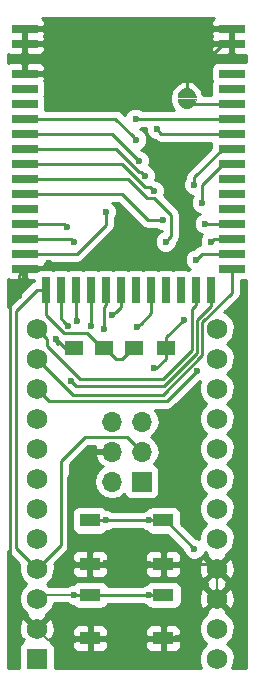
<source format=gbr>
G04 #@! TF.FileFunction,Copper,L1,Top,Signal*
%FSLAX46Y46*%
G04 Gerber Fmt 4.6, Leading zero omitted, Abs format (unit mm)*
G04 Created by KiCad (PCBNEW 4.0.7) date 04/06/18 18:53:26*
%MOMM*%
%LPD*%
G01*
G04 APERTURE LIST*
%ADD10C,0.100000*%
%ADD11C,0.010000*%
%ADD12R,1.752600X1.752600*%
%ADD13C,1.752600*%
%ADD14R,1.500000X1.250000*%
%ADD15C,0.400000*%
%ADD16R,1.500000X1.300000*%
%ADD17R,1.800000X1.100000*%
%ADD18R,0.720000X2.200000*%
%ADD19R,2.200000X0.720000*%
%ADD20R,1.700000X1.700000*%
%ADD21O,1.700000X1.700000*%
%ADD22C,0.600000*%
%ADD23C,0.250000*%
%ADD24C,0.200000*%
%ADD25C,0.254000*%
G04 APERTURE END LIST*
D10*
D11*
G36*
X113550000Y-104806000D02*
X113595200Y-105062500D01*
X113725500Y-105288100D01*
X113925000Y-105455500D01*
X114169800Y-105544600D01*
X114430200Y-105544600D01*
X114675000Y-105455500D01*
X114874500Y-105288100D01*
X115004800Y-105062500D01*
X115050000Y-104806000D01*
X113550000Y-104806000D01*
X113550000Y-104806000D01*
G37*
X113550000Y-104806000D02*
X113595200Y-105062500D01*
X113725500Y-105288100D01*
X113925000Y-105455500D01*
X114169800Y-105544600D01*
X114430200Y-105544600D01*
X114675000Y-105455500D01*
X114874500Y-105288100D01*
X115004800Y-105062500D01*
X115050000Y-104806000D01*
X113550000Y-104806000D01*
G36*
X115050000Y-104606000D02*
X115004800Y-104349500D01*
X114874500Y-104123900D01*
X114675000Y-103956500D01*
X114430200Y-103867400D01*
X114169800Y-103867400D01*
X113925000Y-103956500D01*
X113725500Y-104123900D01*
X113595200Y-104349500D01*
X113550000Y-104606000D01*
X115050000Y-104606000D01*
X115050000Y-104606000D01*
G37*
X115050000Y-104606000D02*
X115004800Y-104349500D01*
X114874500Y-104123900D01*
X114675000Y-103956500D01*
X114430200Y-103867400D01*
X114169800Y-103867400D01*
X113925000Y-103956500D01*
X113725500Y-104123900D01*
X113595200Y-104349500D01*
X113550000Y-104606000D01*
X115050000Y-104606000D01*
D12*
X101600000Y-152146000D03*
D13*
X101600000Y-149606000D03*
X101600000Y-147066000D03*
X101600000Y-144526000D03*
X101600000Y-141986000D03*
X101600000Y-139446000D03*
X101600000Y-136906000D03*
X101600000Y-134366000D03*
X101600000Y-131826000D03*
X101600000Y-129286000D03*
X101600000Y-126746000D03*
X101600000Y-124206000D03*
X116840000Y-124206000D03*
X116840000Y-126746000D03*
X116840000Y-129286000D03*
X116840000Y-131826000D03*
X116840000Y-134366000D03*
X116840000Y-136906000D03*
X116840000Y-139446000D03*
X116840000Y-141986000D03*
X116840000Y-144526000D03*
X116840000Y-147066000D03*
X116840000Y-149606000D03*
X116840000Y-152146000D03*
D14*
X107275000Y-125857000D03*
X104775000Y-125857000D03*
D15*
X114300000Y-104256000D03*
X114300000Y-105156000D03*
X114300000Y-105156000D03*
X114300000Y-104256000D03*
D16*
X112555000Y-125857000D03*
X109855000Y-125857000D03*
D17*
X112308500Y-144153500D03*
X106108500Y-144153500D03*
X112308500Y-140453500D03*
X106108500Y-140453500D03*
X106120000Y-146740000D03*
X112320000Y-146740000D03*
X106120000Y-150440000D03*
X112320000Y-150440000D03*
D18*
X116332000Y-120904000D03*
X115062000Y-120904000D03*
X113792000Y-120904000D03*
X112522000Y-120904000D03*
X111252000Y-120904000D03*
X109982000Y-120904000D03*
X108712000Y-120904000D03*
X107442000Y-120904000D03*
X106172000Y-120904000D03*
X104902000Y-120904000D03*
X103632000Y-120904000D03*
X102362000Y-120904000D03*
D19*
X118110000Y-119126000D03*
X118110000Y-117856000D03*
X118110000Y-116586000D03*
X118110000Y-115316000D03*
X118110000Y-114046000D03*
X118110000Y-112776000D03*
X118110000Y-111506000D03*
X118110000Y-110236000D03*
X118110000Y-108966000D03*
X118110000Y-107696000D03*
X118110000Y-106426000D03*
X118110000Y-105156000D03*
X118110000Y-103886000D03*
X118110000Y-102616000D03*
X118110000Y-100076000D03*
X118110000Y-98806000D03*
X100584000Y-98806000D03*
X100584000Y-100076000D03*
X100584000Y-102616000D03*
X100584000Y-103886000D03*
X100584000Y-105156000D03*
X100584000Y-106426000D03*
X100584000Y-107696000D03*
X100584000Y-108966000D03*
X100584000Y-110236000D03*
X100584000Y-111506000D03*
X100584000Y-112776000D03*
X100584000Y-114046000D03*
X100584000Y-115316000D03*
X100584000Y-116586000D03*
X100584000Y-117856000D03*
X100584000Y-119126000D03*
D20*
X110490000Y-137160000D03*
D21*
X107950000Y-137160000D03*
X110490000Y-134620000D03*
X107950000Y-134620000D03*
X110490000Y-132080000D03*
X107950000Y-132080000D03*
D22*
X111125000Y-144153500D03*
X102616000Y-118618000D03*
X100076000Y-121412000D03*
X103251000Y-125095000D03*
X107442000Y-144018000D03*
X113538000Y-150368000D03*
X103124000Y-100076000D03*
X102362000Y-100076000D03*
X109474000Y-100076000D03*
X116078000Y-100076000D03*
X116078000Y-98806000D03*
X109474000Y-98806000D03*
X103124000Y-98806000D03*
X102362000Y-98806000D03*
X104774982Y-150558500D03*
X104140000Y-115570000D03*
X107442000Y-114300000D03*
X109982000Y-106426000D03*
X114101056Y-123467197D03*
X111565021Y-127567061D03*
X111115010Y-146740000D03*
X114934997Y-112013997D03*
X104775000Y-146740000D03*
X111760000Y-107315000D03*
X104775000Y-116840000D03*
X114935000Y-142875000D03*
X111115010Y-140453500D03*
X107442000Y-140453500D03*
X115570000Y-113538002D03*
X104520731Y-128650728D03*
X110096946Y-124085450D03*
X107981389Y-123087320D03*
X107324990Y-124206004D03*
X106172004Y-123952000D03*
X104976278Y-123603443D03*
X104239847Y-123961990D03*
X115191385Y-127759612D03*
X115062000Y-118364000D03*
X116332000Y-116840000D03*
X115824000Y-115316000D03*
X110041021Y-108204000D03*
X110236000Y-109982000D03*
X110744000Y-111252000D03*
X111506000Y-112522000D03*
X112522000Y-116840000D03*
X112328045Y-115032568D03*
D23*
X107442000Y-144018000D02*
X110989500Y-144018000D01*
X110989500Y-144018000D02*
X111125000Y-144153500D01*
X112308500Y-144153500D02*
X111125000Y-144153500D01*
X106108500Y-144153500D02*
X104958500Y-144153500D01*
X104958500Y-144153500D02*
X104267000Y-143462000D01*
X104267000Y-143462000D02*
X104267000Y-136779000D01*
X104267000Y-136779000D02*
X106426000Y-134620000D01*
X106426000Y-134620000D02*
X107950000Y-134620000D01*
X100584000Y-119126000D02*
X102108000Y-119126000D01*
X102108000Y-119126000D02*
X102616000Y-118618000D01*
X104775000Y-125857000D02*
X104013000Y-125857000D01*
X104013000Y-125857000D02*
X103251000Y-125095000D01*
X112308500Y-144153500D02*
X116467500Y-144153500D01*
X116467500Y-144153500D02*
X116840000Y-144526000D01*
X112320000Y-150440000D02*
X106120000Y-150440000D01*
X112320000Y-150440000D02*
X113466000Y-150440000D01*
X113466000Y-150440000D02*
X113538000Y-150368000D01*
X106120000Y-150440000D02*
X104893482Y-150440000D01*
X104893482Y-150440000D02*
X104774982Y-150558500D01*
D24*
X112331500Y-144081500D02*
X112879226Y-144153500D01*
D23*
X112308500Y-144153500D02*
X112879226Y-144153500D01*
X106108500Y-144153500D02*
X107306500Y-144153500D01*
X107306500Y-144153500D02*
X107442000Y-144018000D01*
X114300000Y-103146000D02*
X114300000Y-104256000D01*
X100584000Y-100076000D02*
X102362000Y-100076000D01*
X109474000Y-100076000D02*
X103124000Y-100076000D01*
X118110000Y-100076000D02*
X116078000Y-100076000D01*
X116078000Y-98806000D02*
X118110000Y-98806000D01*
X103124000Y-98806000D02*
X109474000Y-98806000D01*
X100584000Y-98806000D02*
X102362000Y-98806000D01*
X100584000Y-119126000D02*
X100076000Y-119634000D01*
X100076000Y-119634000D02*
X100076000Y-121412000D01*
X99314000Y-147320000D02*
X101600000Y-149606000D01*
X100076000Y-121412000D02*
X99314000Y-122174000D01*
X99314000Y-122174000D02*
X99314000Y-147320000D01*
X100584000Y-100076000D02*
X100584000Y-102616000D01*
X100584000Y-98806000D02*
X100584000Y-100076000D01*
X118110000Y-100076000D02*
X118110000Y-98806000D01*
X114300000Y-103146000D02*
X117370000Y-100076000D01*
X117370000Y-100076000D02*
X118110000Y-100076000D01*
D24*
X104350718Y-150558500D02*
X104774982Y-150558500D01*
X102552500Y-150558500D02*
X104350718Y-150558500D01*
X101600000Y-149606000D02*
X102552500Y-150558500D01*
X116395500Y-144081500D02*
X116840000Y-144526000D01*
X116840000Y-147066000D02*
X116840000Y-145826725D01*
X116840000Y-145826725D02*
X116840000Y-144526000D01*
X113466000Y-150440000D02*
X116840000Y-147066000D01*
D23*
X100584000Y-115316000D02*
X103886000Y-115316000D01*
X103886000Y-115316000D02*
X104140000Y-115570000D01*
X100584000Y-115316000D02*
X101324000Y-115316000D01*
X107442000Y-114300000D02*
X107442000Y-115443000D01*
X107442000Y-115443000D02*
X105029000Y-117856000D01*
X105029000Y-117856000D02*
X100584000Y-117856000D01*
X109755000Y-125857000D02*
X109855000Y-125857000D01*
X107400000Y-125857000D02*
X108300000Y-126757000D01*
X107275000Y-125857000D02*
X107400000Y-125857000D01*
X108300000Y-126757000D02*
X108855000Y-126757000D01*
X108855000Y-126757000D02*
X109755000Y-125857000D01*
X105664000Y-133350000D02*
X109220000Y-133350000D01*
X109220000Y-133350000D02*
X110490000Y-134620000D01*
X103632000Y-135382000D02*
X105664000Y-133350000D01*
X103632000Y-142494000D02*
X103632000Y-135382000D01*
X101600000Y-144526000D02*
X103632000Y-142494000D01*
X103886000Y-124587000D02*
X102362000Y-123063000D01*
X102362000Y-123063000D02*
X102362000Y-120904000D01*
X105880000Y-124587000D02*
X103886000Y-124587000D01*
X107275000Y-125857000D02*
X107150000Y-125857000D01*
X107150000Y-125857000D02*
X105880000Y-124587000D01*
X101600000Y-144526000D02*
X99822000Y-142748000D01*
X99822000Y-142748000D02*
X99822000Y-122682000D01*
X99822000Y-122682000D02*
X101600000Y-120904000D01*
X101600000Y-120904000D02*
X101854000Y-120904000D01*
X101854000Y-120904000D02*
X102362000Y-120904000D01*
X102362000Y-120904000D02*
X102362000Y-120164000D01*
X118110000Y-106426000D02*
X109982000Y-106426000D01*
X112555000Y-124957000D02*
X114044803Y-123467197D01*
X112555000Y-126757000D02*
X111744939Y-127567061D01*
X112555000Y-125857000D02*
X112555000Y-126757000D01*
X112555000Y-125857000D02*
X112555000Y-124957000D01*
X111744939Y-127567061D02*
X111565021Y-127567061D01*
X114044803Y-123467197D02*
X114101056Y-123467197D01*
X112320000Y-146740000D02*
X111115010Y-146740000D01*
X118110000Y-108966000D02*
X117370000Y-108966000D01*
X117370000Y-108966000D02*
X114934997Y-111401003D01*
X114934997Y-111589733D02*
X114934997Y-112013997D01*
X114934997Y-111401003D02*
X114934997Y-111589733D01*
X106120000Y-146740000D02*
X104775000Y-146740000D01*
X106120000Y-146740000D02*
X112320000Y-146740000D01*
D24*
X104775000Y-146740000D02*
X101926000Y-146740000D01*
X101926000Y-146740000D02*
X101600000Y-147066000D01*
D23*
X112059999Y-107614999D02*
X111760000Y-107315000D01*
X112141000Y-107696000D02*
X112059999Y-107614999D01*
X118110000Y-107696000D02*
X112141000Y-107696000D01*
X104521000Y-116586000D02*
X104775000Y-116840000D01*
X100584000Y-116586000D02*
X104521000Y-116586000D01*
X100584000Y-116586000D02*
X101324000Y-116586000D01*
X114935000Y-142875000D02*
X112513500Y-140453500D01*
X112513500Y-140453500D02*
X111115010Y-140453500D01*
X107442000Y-140453500D02*
X111115010Y-140453500D01*
X112308500Y-140453500D02*
X111115010Y-140453500D01*
X118110000Y-110236000D02*
X117370000Y-110236000D01*
X117370000Y-110236000D02*
X115570000Y-112036000D01*
X115570000Y-112036000D02*
X115570000Y-113113738D01*
X115570000Y-113113738D02*
X115570000Y-113538002D01*
X107258500Y-140453500D02*
X107442000Y-140453500D01*
X106108500Y-140453500D02*
X107258500Y-140453500D01*
X116332000Y-120904000D02*
X116332000Y-122299663D01*
X104820730Y-128950727D02*
X104520731Y-128650728D01*
X115188688Y-123442975D02*
X115188688Y-126239723D01*
X115188688Y-126239723D02*
X112350683Y-129077728D01*
X116332000Y-122299663D02*
X115188688Y-123442975D01*
X112350683Y-129077728D02*
X104947731Y-129077728D01*
X104947731Y-129077728D02*
X104820730Y-128950727D01*
X105309004Y-128514001D02*
X102476299Y-125681296D01*
X114738677Y-126053323D02*
X112277999Y-128514001D01*
X114738677Y-122577323D02*
X114738677Y-126053323D01*
X115062000Y-120904000D02*
X115062000Y-122254000D01*
X102476299Y-125681296D02*
X102476299Y-125082299D01*
X112277999Y-128514001D02*
X105309004Y-128514001D01*
X115062000Y-122254000D02*
X114738677Y-122577323D01*
X102476299Y-125082299D02*
X101600000Y-124206000D01*
X110396945Y-123785451D02*
X110096946Y-124085450D01*
X111252000Y-122930396D02*
X110396945Y-123785451D01*
X111252000Y-120904000D02*
X111252000Y-122930396D01*
X108281388Y-122787321D02*
X107981389Y-123087320D01*
X108712000Y-122356709D02*
X108281388Y-122787321D01*
X108712000Y-120904000D02*
X108712000Y-122356709D01*
X108712000Y-120904000D02*
X108712000Y-120164000D01*
X107442000Y-122254000D02*
X107324990Y-122371010D01*
X107442000Y-120904000D02*
X107442000Y-122254000D01*
X107324990Y-122371010D02*
X107324990Y-124206004D01*
X106172000Y-123951996D02*
X106172004Y-123952000D01*
X106172000Y-120904000D02*
X106172000Y-123951996D01*
X104902000Y-123529165D02*
X104976278Y-123603443D01*
X104902000Y-120904000D02*
X104902000Y-123529165D01*
X103632000Y-120904000D02*
X103632000Y-123354143D01*
X103632000Y-123354143D02*
X103939848Y-123661991D01*
X103939848Y-123661991D02*
X104239847Y-123961990D01*
X103632000Y-120904000D02*
X103632000Y-121644000D01*
X118110000Y-119736000D02*
X118110000Y-119126000D01*
X118110000Y-121158074D02*
X118110000Y-119736000D01*
X115638699Y-123629375D02*
X118110000Y-121158074D01*
X104648000Y-129794000D02*
X112270822Y-129794000D01*
X101600000Y-126746000D02*
X104648000Y-129794000D01*
X112270822Y-129794000D02*
X115638699Y-126426123D01*
X115638699Y-126426123D02*
X115638699Y-123629375D01*
X114891386Y-128059611D02*
X115191385Y-127759612D01*
X101600000Y-129286000D02*
X102616000Y-130302000D01*
X112648997Y-130302000D02*
X114891386Y-128059611D01*
X102616000Y-130302000D02*
X112648997Y-130302000D01*
X115062000Y-118364000D02*
X115570000Y-117856000D01*
X115570000Y-117856000D02*
X118110000Y-117856000D01*
X118110000Y-116586000D02*
X116586000Y-116586000D01*
X116586000Y-116586000D02*
X116332000Y-116840000D01*
X118110000Y-115316000D02*
X115824000Y-115316000D01*
X108263021Y-106426000D02*
X109741022Y-107904001D01*
X109741022Y-107904001D02*
X110041021Y-108204000D01*
X100584000Y-106426000D02*
X108263021Y-106426000D01*
X100584000Y-107696000D02*
X107950000Y-107696000D01*
X109936001Y-109682001D02*
X110236000Y-109982000D01*
X107950000Y-107696000D02*
X109936001Y-109682001D01*
X100584000Y-108966000D02*
X108294996Y-108966000D01*
X110280997Y-110952001D02*
X110444001Y-110952001D01*
X108294996Y-108966000D02*
X110280997Y-110952001D01*
X110444001Y-110952001D02*
X110744000Y-111252000D01*
X108802996Y-110236000D02*
X110788997Y-112222001D01*
X100584000Y-110236000D02*
X108802996Y-110236000D01*
X110788997Y-112222001D02*
X111206001Y-112222001D01*
X111206001Y-112222001D02*
X111506000Y-112522000D01*
X112953046Y-114566633D02*
X112953046Y-116408954D01*
X100584000Y-111506000D02*
X109309585Y-111506000D01*
X111533414Y-113147001D02*
X112953046Y-114566633D01*
X112953046Y-116408954D02*
X112821999Y-116540001D01*
X109309585Y-111506000D02*
X110950586Y-113147001D01*
X110950586Y-113147001D02*
X111533414Y-113147001D01*
X112821999Y-116540001D02*
X112522000Y-116840000D01*
X111903781Y-115032568D02*
X112328045Y-115032568D01*
X100584000Y-112776000D02*
X108802998Y-112776000D01*
X108802998Y-112776000D02*
X111059566Y-115032568D01*
X111059566Y-115032568D02*
X111903781Y-115032568D01*
X114300000Y-105156000D02*
X118110000Y-105156000D01*
D25*
G36*
X119305000Y-152960000D02*
X118138409Y-152960000D01*
X118351037Y-152447935D01*
X118351562Y-151846703D01*
X118121965Y-151291036D01*
X117707302Y-150875649D01*
X118120471Y-150463200D01*
X118351037Y-149907935D01*
X118351562Y-149306703D01*
X118121965Y-148751036D01*
X117697200Y-148325529D01*
X117663408Y-148311497D01*
X117723396Y-148129001D01*
X116840000Y-147245605D01*
X115956604Y-148129001D01*
X116016447Y-148311056D01*
X115985036Y-148324035D01*
X115559529Y-148748800D01*
X115328963Y-149304065D01*
X115328438Y-149905297D01*
X115558035Y-150460964D01*
X115972698Y-150876351D01*
X115559529Y-151288800D01*
X115328963Y-151844065D01*
X115328438Y-152445297D01*
X115541109Y-152960000D01*
X103123740Y-152960000D01*
X103123740Y-151269700D01*
X103079462Y-151034383D01*
X102940390Y-150818259D01*
X102804999Y-150725750D01*
X104585000Y-150725750D01*
X104585000Y-151116310D01*
X104681673Y-151349699D01*
X104860302Y-151528327D01*
X105093691Y-151625000D01*
X105834250Y-151625000D01*
X105993000Y-151466250D01*
X105993000Y-150567000D01*
X106247000Y-150567000D01*
X106247000Y-151466250D01*
X106405750Y-151625000D01*
X107146309Y-151625000D01*
X107379698Y-151528327D01*
X107558327Y-151349699D01*
X107655000Y-151116310D01*
X107655000Y-150725750D01*
X110785000Y-150725750D01*
X110785000Y-151116310D01*
X110881673Y-151349699D01*
X111060302Y-151528327D01*
X111293691Y-151625000D01*
X112034250Y-151625000D01*
X112193000Y-151466250D01*
X112193000Y-150567000D01*
X112447000Y-150567000D01*
X112447000Y-151466250D01*
X112605750Y-151625000D01*
X113346309Y-151625000D01*
X113579698Y-151528327D01*
X113758327Y-151349699D01*
X113855000Y-151116310D01*
X113855000Y-150725750D01*
X113696250Y-150567000D01*
X112447000Y-150567000D01*
X112193000Y-150567000D01*
X110943750Y-150567000D01*
X110785000Y-150725750D01*
X107655000Y-150725750D01*
X107496250Y-150567000D01*
X106247000Y-150567000D01*
X105993000Y-150567000D01*
X104743750Y-150567000D01*
X104585000Y-150725750D01*
X102804999Y-150725750D01*
X102728190Y-150673269D01*
X102711720Y-150669934D01*
X102777631Y-150604023D01*
X102663003Y-150489395D01*
X102917027Y-150405896D01*
X103122882Y-149841003D01*
X103119537Y-149763690D01*
X104585000Y-149763690D01*
X104585000Y-150154250D01*
X104743750Y-150313000D01*
X105993000Y-150313000D01*
X105993000Y-149413750D01*
X106247000Y-149413750D01*
X106247000Y-150313000D01*
X107496250Y-150313000D01*
X107655000Y-150154250D01*
X107655000Y-149763690D01*
X110785000Y-149763690D01*
X110785000Y-150154250D01*
X110943750Y-150313000D01*
X112193000Y-150313000D01*
X112193000Y-149413750D01*
X112447000Y-149413750D01*
X112447000Y-150313000D01*
X113696250Y-150313000D01*
X113855000Y-150154250D01*
X113855000Y-149763690D01*
X113758327Y-149530301D01*
X113579698Y-149351673D01*
X113346309Y-149255000D01*
X112605750Y-149255000D01*
X112447000Y-149413750D01*
X112193000Y-149413750D01*
X112034250Y-149255000D01*
X111293691Y-149255000D01*
X111060302Y-149351673D01*
X110881673Y-149530301D01*
X110785000Y-149763690D01*
X107655000Y-149763690D01*
X107558327Y-149530301D01*
X107379698Y-149351673D01*
X107146309Y-149255000D01*
X106405750Y-149255000D01*
X106247000Y-149413750D01*
X105993000Y-149413750D01*
X105834250Y-149255000D01*
X105093691Y-149255000D01*
X104860302Y-149351673D01*
X104681673Y-149530301D01*
X104585000Y-149763690D01*
X103119537Y-149763690D01*
X103096891Y-149240332D01*
X102917027Y-148806104D01*
X102663001Y-148722604D01*
X101779605Y-149606000D01*
X101793748Y-149620143D01*
X101614143Y-149799748D01*
X101600000Y-149785605D01*
X101585858Y-149799748D01*
X101406253Y-149620143D01*
X101420395Y-149606000D01*
X100536999Y-148722604D01*
X100282973Y-148806104D01*
X100077118Y-149370997D01*
X100103109Y-149971668D01*
X100282973Y-150405896D01*
X100536997Y-150489395D01*
X100422369Y-150604023D01*
X100486254Y-150667908D01*
X100272259Y-150805610D01*
X100127269Y-151017810D01*
X100076260Y-151269700D01*
X100076260Y-152960000D01*
X99135000Y-152960000D01*
X99135000Y-143061510D01*
X99284599Y-143285401D01*
X100128367Y-144129169D01*
X100088963Y-144224065D01*
X100088438Y-144825297D01*
X100318035Y-145380964D01*
X100732698Y-145796351D01*
X100319529Y-146208800D01*
X100088963Y-146764065D01*
X100088438Y-147365297D01*
X100318035Y-147920964D01*
X100742800Y-148346471D01*
X100776592Y-148360503D01*
X100716604Y-148542999D01*
X101600000Y-149426395D01*
X102483396Y-148542999D01*
X102423553Y-148360944D01*
X102454964Y-148347965D01*
X102880471Y-147923200D01*
X103066580Y-147475000D01*
X104187581Y-147475000D01*
X104244673Y-147532192D01*
X104588201Y-147674838D01*
X104713122Y-147674947D01*
X104755910Y-147741441D01*
X104968110Y-147886431D01*
X105220000Y-147937440D01*
X107020000Y-147937440D01*
X107255317Y-147893162D01*
X107471441Y-147754090D01*
X107616431Y-147541890D01*
X107624914Y-147500000D01*
X110552547Y-147500000D01*
X110584683Y-147532192D01*
X110907525Y-147666248D01*
X110955910Y-147741441D01*
X111168110Y-147886431D01*
X111420000Y-147937440D01*
X113220000Y-147937440D01*
X113455317Y-147893162D01*
X113671441Y-147754090D01*
X113816431Y-147541890D01*
X113867440Y-147290000D01*
X113867440Y-146830997D01*
X115317118Y-146830997D01*
X115343109Y-147431668D01*
X115522973Y-147865896D01*
X115776999Y-147949396D01*
X116660395Y-147066000D01*
X117019605Y-147066000D01*
X117903001Y-147949396D01*
X118157027Y-147865896D01*
X118362882Y-147301003D01*
X118336891Y-146700332D01*
X118157027Y-146266104D01*
X117903001Y-146182604D01*
X117019605Y-147066000D01*
X116660395Y-147066000D01*
X115776999Y-146182604D01*
X115522973Y-146266104D01*
X115317118Y-146830997D01*
X113867440Y-146830997D01*
X113867440Y-146190000D01*
X113823162Y-145954683D01*
X113684090Y-145738559D01*
X113471890Y-145593569D01*
X113449333Y-145589001D01*
X115956604Y-145589001D01*
X116024646Y-145796000D01*
X115956604Y-146002999D01*
X116840000Y-146886395D01*
X117723396Y-146002999D01*
X117655354Y-145796000D01*
X117723396Y-145589001D01*
X116840000Y-144705605D01*
X115956604Y-145589001D01*
X113449333Y-145589001D01*
X113220000Y-145542560D01*
X111420000Y-145542560D01*
X111184683Y-145586838D01*
X110968559Y-145725910D01*
X110908645Y-145813597D01*
X110586067Y-145946883D01*
X110552892Y-145980000D01*
X107627926Y-145980000D01*
X107623162Y-145954683D01*
X107484090Y-145738559D01*
X107271890Y-145593569D01*
X107020000Y-145542560D01*
X105220000Y-145542560D01*
X104984683Y-145586838D01*
X104768559Y-145725910D01*
X104714556Y-145804947D01*
X104589833Y-145804838D01*
X104246057Y-145946883D01*
X104187838Y-146005000D01*
X102676288Y-146005000D01*
X102467302Y-145795649D01*
X102880471Y-145383200D01*
X103111037Y-144827935D01*
X103111376Y-144439250D01*
X104573500Y-144439250D01*
X104573500Y-144829810D01*
X104670173Y-145063199D01*
X104848802Y-145241827D01*
X105082191Y-145338500D01*
X105822750Y-145338500D01*
X105981500Y-145179750D01*
X105981500Y-144280500D01*
X106235500Y-144280500D01*
X106235500Y-145179750D01*
X106394250Y-145338500D01*
X107134809Y-145338500D01*
X107368198Y-145241827D01*
X107546827Y-145063199D01*
X107643500Y-144829810D01*
X107643500Y-144439250D01*
X110773500Y-144439250D01*
X110773500Y-144829810D01*
X110870173Y-145063199D01*
X111048802Y-145241827D01*
X111282191Y-145338500D01*
X112022750Y-145338500D01*
X112181500Y-145179750D01*
X112181500Y-144280500D01*
X112435500Y-144280500D01*
X112435500Y-145179750D01*
X112594250Y-145338500D01*
X113334809Y-145338500D01*
X113568198Y-145241827D01*
X113746827Y-145063199D01*
X113843500Y-144829810D01*
X113843500Y-144439250D01*
X113695247Y-144290997D01*
X115317118Y-144290997D01*
X115343109Y-144891668D01*
X115522973Y-145325896D01*
X115776999Y-145409396D01*
X116660395Y-144526000D01*
X117019605Y-144526000D01*
X117903001Y-145409396D01*
X118157027Y-145325896D01*
X118362882Y-144761003D01*
X118336891Y-144160332D01*
X118157027Y-143726104D01*
X117903001Y-143642604D01*
X117019605Y-144526000D01*
X116660395Y-144526000D01*
X115776999Y-143642604D01*
X115522973Y-143726104D01*
X115317118Y-144290997D01*
X113695247Y-144290997D01*
X113684750Y-144280500D01*
X112435500Y-144280500D01*
X112181500Y-144280500D01*
X110932250Y-144280500D01*
X110773500Y-144439250D01*
X107643500Y-144439250D01*
X107484750Y-144280500D01*
X106235500Y-144280500D01*
X105981500Y-144280500D01*
X104732250Y-144280500D01*
X104573500Y-144439250D01*
X103111376Y-144439250D01*
X103111562Y-144226703D01*
X103071370Y-144129432D01*
X103723612Y-143477190D01*
X104573500Y-143477190D01*
X104573500Y-143867750D01*
X104732250Y-144026500D01*
X105981500Y-144026500D01*
X105981500Y-143127250D01*
X106235500Y-143127250D01*
X106235500Y-144026500D01*
X107484750Y-144026500D01*
X107643500Y-143867750D01*
X107643500Y-143477190D01*
X110773500Y-143477190D01*
X110773500Y-143867750D01*
X110932250Y-144026500D01*
X112181500Y-144026500D01*
X112181500Y-143127250D01*
X112435500Y-143127250D01*
X112435500Y-144026500D01*
X113684750Y-144026500D01*
X113843500Y-143867750D01*
X113843500Y-143477190D01*
X113746827Y-143243801D01*
X113568198Y-143065173D01*
X113334809Y-142968500D01*
X112594250Y-142968500D01*
X112435500Y-143127250D01*
X112181500Y-143127250D01*
X112022750Y-142968500D01*
X111282191Y-142968500D01*
X111048802Y-143065173D01*
X110870173Y-143243801D01*
X110773500Y-143477190D01*
X107643500Y-143477190D01*
X107546827Y-143243801D01*
X107368198Y-143065173D01*
X107134809Y-142968500D01*
X106394250Y-142968500D01*
X106235500Y-143127250D01*
X105981500Y-143127250D01*
X105822750Y-142968500D01*
X105082191Y-142968500D01*
X104848802Y-143065173D01*
X104670173Y-143243801D01*
X104573500Y-143477190D01*
X103723612Y-143477190D01*
X104169401Y-143031401D01*
X104334148Y-142784839D01*
X104392000Y-142494000D01*
X104392000Y-135696802D01*
X105978802Y-134110000D01*
X106571940Y-134110000D01*
X106508524Y-134263110D01*
X106629845Y-134493000D01*
X107823000Y-134493000D01*
X107823000Y-134473000D01*
X108077000Y-134473000D01*
X108077000Y-134493000D01*
X108097000Y-134493000D01*
X108097000Y-134747000D01*
X108077000Y-134747000D01*
X108077000Y-134767000D01*
X107823000Y-134767000D01*
X107823000Y-134747000D01*
X106629845Y-134747000D01*
X106508524Y-134976890D01*
X106678355Y-135386924D01*
X107068642Y-135815183D01*
X107211553Y-135882298D01*
X106870853Y-136109946D01*
X106548946Y-136591715D01*
X106435907Y-137160000D01*
X106548946Y-137728285D01*
X106870853Y-138210054D01*
X107352622Y-138531961D01*
X107920907Y-138645000D01*
X107979093Y-138645000D01*
X108547378Y-138531961D01*
X109029147Y-138210054D01*
X109029971Y-138208821D01*
X109036838Y-138245317D01*
X109175910Y-138461441D01*
X109388110Y-138606431D01*
X109640000Y-138657440D01*
X111340000Y-138657440D01*
X111575317Y-138613162D01*
X111791441Y-138474090D01*
X111936431Y-138261890D01*
X111987440Y-138010000D01*
X111987440Y-136310000D01*
X111943162Y-136074683D01*
X111804090Y-135858559D01*
X111591890Y-135713569D01*
X111524459Y-135699914D01*
X111569147Y-135670054D01*
X111891054Y-135188285D01*
X112004093Y-134620000D01*
X111891054Y-134051715D01*
X111569147Y-133569946D01*
X111239974Y-133350000D01*
X111569147Y-133130054D01*
X111891054Y-132648285D01*
X112004093Y-132080000D01*
X111891054Y-131511715D01*
X111590565Y-131062000D01*
X112648997Y-131062000D01*
X112939836Y-131004148D01*
X113186398Y-130839401D01*
X115331065Y-128694734D01*
X115376552Y-128694774D01*
X115464109Y-128658596D01*
X115328963Y-128984065D01*
X115328438Y-129585297D01*
X115558035Y-130140964D01*
X115972698Y-130556351D01*
X115559529Y-130968800D01*
X115328963Y-131524065D01*
X115328438Y-132125297D01*
X115558035Y-132680964D01*
X115972698Y-133096351D01*
X115559529Y-133508800D01*
X115328963Y-134064065D01*
X115328438Y-134665297D01*
X115558035Y-135220964D01*
X115972698Y-135636351D01*
X115559529Y-136048800D01*
X115328963Y-136604065D01*
X115328438Y-137205297D01*
X115558035Y-137760964D01*
X115972698Y-138176351D01*
X115559529Y-138588800D01*
X115328963Y-139144065D01*
X115328438Y-139745297D01*
X115558035Y-140300964D01*
X115972698Y-140716351D01*
X115559529Y-141128800D01*
X115328963Y-141684065D01*
X115328664Y-142026060D01*
X115121799Y-141940162D01*
X115074923Y-141940121D01*
X113855940Y-140721138D01*
X113855940Y-139903500D01*
X113811662Y-139668183D01*
X113672590Y-139452059D01*
X113460390Y-139307069D01*
X113208500Y-139256060D01*
X111408500Y-139256060D01*
X111173183Y-139300338D01*
X110957059Y-139439410D01*
X110892621Y-139533718D01*
X110586067Y-139660383D01*
X110552892Y-139693500D01*
X108004463Y-139693500D01*
X107972327Y-139661308D01*
X107628799Y-139518662D01*
X107515384Y-139518563D01*
X107472590Y-139452059D01*
X107260390Y-139307069D01*
X107008500Y-139256060D01*
X105208500Y-139256060D01*
X104973183Y-139300338D01*
X104757059Y-139439410D01*
X104612069Y-139651610D01*
X104561060Y-139903500D01*
X104561060Y-141003500D01*
X104605338Y-141238817D01*
X104744410Y-141454941D01*
X104956610Y-141599931D01*
X105208500Y-141650940D01*
X107008500Y-141650940D01*
X107243817Y-141606662D01*
X107459941Y-141467590D01*
X107513938Y-141388563D01*
X107627167Y-141388662D01*
X107970943Y-141246617D01*
X108004118Y-141213500D01*
X110552547Y-141213500D01*
X110584683Y-141245692D01*
X110891832Y-141373232D01*
X110944410Y-141454941D01*
X111156610Y-141599931D01*
X111408500Y-141650940D01*
X112636138Y-141650940D01*
X113999878Y-143014680D01*
X113999838Y-143060167D01*
X114141883Y-143403943D01*
X114404673Y-143667192D01*
X114748201Y-143809838D01*
X115120167Y-143810162D01*
X115463943Y-143668117D01*
X115727192Y-143405327D01*
X115843001Y-143126428D01*
X115982800Y-143266471D01*
X116016592Y-143280503D01*
X115956604Y-143462999D01*
X116840000Y-144346395D01*
X117723396Y-143462999D01*
X117663553Y-143280944D01*
X117694964Y-143267965D01*
X118120471Y-142843200D01*
X118351037Y-142287935D01*
X118351562Y-141686703D01*
X118121965Y-141131036D01*
X117707302Y-140715649D01*
X118120471Y-140303200D01*
X118351037Y-139747935D01*
X118351562Y-139146703D01*
X118121965Y-138591036D01*
X117707302Y-138175649D01*
X118120471Y-137763200D01*
X118351037Y-137207935D01*
X118351562Y-136606703D01*
X118121965Y-136051036D01*
X117707302Y-135635649D01*
X118120471Y-135223200D01*
X118351037Y-134667935D01*
X118351562Y-134066703D01*
X118121965Y-133511036D01*
X117707302Y-133095649D01*
X118120471Y-132683200D01*
X118351037Y-132127935D01*
X118351562Y-131526703D01*
X118121965Y-130971036D01*
X117707302Y-130555649D01*
X118120471Y-130143200D01*
X118351037Y-129587935D01*
X118351562Y-128986703D01*
X118121965Y-128431036D01*
X117707302Y-128015649D01*
X118120471Y-127603200D01*
X118351037Y-127047935D01*
X118351562Y-126446703D01*
X118121965Y-125891036D01*
X117707302Y-125475649D01*
X118120471Y-125063200D01*
X118351037Y-124507935D01*
X118351562Y-123906703D01*
X118121965Y-123351036D01*
X117697200Y-122925529D01*
X117499457Y-122843419D01*
X118647401Y-121695475D01*
X118812148Y-121448914D01*
X118870000Y-121158074D01*
X118870000Y-120133440D01*
X119210000Y-120133440D01*
X119305000Y-120115564D01*
X119305000Y-152960000D01*
X119305000Y-152960000D01*
G37*
X119305000Y-152960000D02*
X118138409Y-152960000D01*
X118351037Y-152447935D01*
X118351562Y-151846703D01*
X118121965Y-151291036D01*
X117707302Y-150875649D01*
X118120471Y-150463200D01*
X118351037Y-149907935D01*
X118351562Y-149306703D01*
X118121965Y-148751036D01*
X117697200Y-148325529D01*
X117663408Y-148311497D01*
X117723396Y-148129001D01*
X116840000Y-147245605D01*
X115956604Y-148129001D01*
X116016447Y-148311056D01*
X115985036Y-148324035D01*
X115559529Y-148748800D01*
X115328963Y-149304065D01*
X115328438Y-149905297D01*
X115558035Y-150460964D01*
X115972698Y-150876351D01*
X115559529Y-151288800D01*
X115328963Y-151844065D01*
X115328438Y-152445297D01*
X115541109Y-152960000D01*
X103123740Y-152960000D01*
X103123740Y-151269700D01*
X103079462Y-151034383D01*
X102940390Y-150818259D01*
X102804999Y-150725750D01*
X104585000Y-150725750D01*
X104585000Y-151116310D01*
X104681673Y-151349699D01*
X104860302Y-151528327D01*
X105093691Y-151625000D01*
X105834250Y-151625000D01*
X105993000Y-151466250D01*
X105993000Y-150567000D01*
X106247000Y-150567000D01*
X106247000Y-151466250D01*
X106405750Y-151625000D01*
X107146309Y-151625000D01*
X107379698Y-151528327D01*
X107558327Y-151349699D01*
X107655000Y-151116310D01*
X107655000Y-150725750D01*
X110785000Y-150725750D01*
X110785000Y-151116310D01*
X110881673Y-151349699D01*
X111060302Y-151528327D01*
X111293691Y-151625000D01*
X112034250Y-151625000D01*
X112193000Y-151466250D01*
X112193000Y-150567000D01*
X112447000Y-150567000D01*
X112447000Y-151466250D01*
X112605750Y-151625000D01*
X113346309Y-151625000D01*
X113579698Y-151528327D01*
X113758327Y-151349699D01*
X113855000Y-151116310D01*
X113855000Y-150725750D01*
X113696250Y-150567000D01*
X112447000Y-150567000D01*
X112193000Y-150567000D01*
X110943750Y-150567000D01*
X110785000Y-150725750D01*
X107655000Y-150725750D01*
X107496250Y-150567000D01*
X106247000Y-150567000D01*
X105993000Y-150567000D01*
X104743750Y-150567000D01*
X104585000Y-150725750D01*
X102804999Y-150725750D01*
X102728190Y-150673269D01*
X102711720Y-150669934D01*
X102777631Y-150604023D01*
X102663003Y-150489395D01*
X102917027Y-150405896D01*
X103122882Y-149841003D01*
X103119537Y-149763690D01*
X104585000Y-149763690D01*
X104585000Y-150154250D01*
X104743750Y-150313000D01*
X105993000Y-150313000D01*
X105993000Y-149413750D01*
X106247000Y-149413750D01*
X106247000Y-150313000D01*
X107496250Y-150313000D01*
X107655000Y-150154250D01*
X107655000Y-149763690D01*
X110785000Y-149763690D01*
X110785000Y-150154250D01*
X110943750Y-150313000D01*
X112193000Y-150313000D01*
X112193000Y-149413750D01*
X112447000Y-149413750D01*
X112447000Y-150313000D01*
X113696250Y-150313000D01*
X113855000Y-150154250D01*
X113855000Y-149763690D01*
X113758327Y-149530301D01*
X113579698Y-149351673D01*
X113346309Y-149255000D01*
X112605750Y-149255000D01*
X112447000Y-149413750D01*
X112193000Y-149413750D01*
X112034250Y-149255000D01*
X111293691Y-149255000D01*
X111060302Y-149351673D01*
X110881673Y-149530301D01*
X110785000Y-149763690D01*
X107655000Y-149763690D01*
X107558327Y-149530301D01*
X107379698Y-149351673D01*
X107146309Y-149255000D01*
X106405750Y-149255000D01*
X106247000Y-149413750D01*
X105993000Y-149413750D01*
X105834250Y-149255000D01*
X105093691Y-149255000D01*
X104860302Y-149351673D01*
X104681673Y-149530301D01*
X104585000Y-149763690D01*
X103119537Y-149763690D01*
X103096891Y-149240332D01*
X102917027Y-148806104D01*
X102663001Y-148722604D01*
X101779605Y-149606000D01*
X101793748Y-149620143D01*
X101614143Y-149799748D01*
X101600000Y-149785605D01*
X101585858Y-149799748D01*
X101406253Y-149620143D01*
X101420395Y-149606000D01*
X100536999Y-148722604D01*
X100282973Y-148806104D01*
X100077118Y-149370997D01*
X100103109Y-149971668D01*
X100282973Y-150405896D01*
X100536997Y-150489395D01*
X100422369Y-150604023D01*
X100486254Y-150667908D01*
X100272259Y-150805610D01*
X100127269Y-151017810D01*
X100076260Y-151269700D01*
X100076260Y-152960000D01*
X99135000Y-152960000D01*
X99135000Y-143061510D01*
X99284599Y-143285401D01*
X100128367Y-144129169D01*
X100088963Y-144224065D01*
X100088438Y-144825297D01*
X100318035Y-145380964D01*
X100732698Y-145796351D01*
X100319529Y-146208800D01*
X100088963Y-146764065D01*
X100088438Y-147365297D01*
X100318035Y-147920964D01*
X100742800Y-148346471D01*
X100776592Y-148360503D01*
X100716604Y-148542999D01*
X101600000Y-149426395D01*
X102483396Y-148542999D01*
X102423553Y-148360944D01*
X102454964Y-148347965D01*
X102880471Y-147923200D01*
X103066580Y-147475000D01*
X104187581Y-147475000D01*
X104244673Y-147532192D01*
X104588201Y-147674838D01*
X104713122Y-147674947D01*
X104755910Y-147741441D01*
X104968110Y-147886431D01*
X105220000Y-147937440D01*
X107020000Y-147937440D01*
X107255317Y-147893162D01*
X107471441Y-147754090D01*
X107616431Y-147541890D01*
X107624914Y-147500000D01*
X110552547Y-147500000D01*
X110584683Y-147532192D01*
X110907525Y-147666248D01*
X110955910Y-147741441D01*
X111168110Y-147886431D01*
X111420000Y-147937440D01*
X113220000Y-147937440D01*
X113455317Y-147893162D01*
X113671441Y-147754090D01*
X113816431Y-147541890D01*
X113867440Y-147290000D01*
X113867440Y-146830997D01*
X115317118Y-146830997D01*
X115343109Y-147431668D01*
X115522973Y-147865896D01*
X115776999Y-147949396D01*
X116660395Y-147066000D01*
X117019605Y-147066000D01*
X117903001Y-147949396D01*
X118157027Y-147865896D01*
X118362882Y-147301003D01*
X118336891Y-146700332D01*
X118157027Y-146266104D01*
X117903001Y-146182604D01*
X117019605Y-147066000D01*
X116660395Y-147066000D01*
X115776999Y-146182604D01*
X115522973Y-146266104D01*
X115317118Y-146830997D01*
X113867440Y-146830997D01*
X113867440Y-146190000D01*
X113823162Y-145954683D01*
X113684090Y-145738559D01*
X113471890Y-145593569D01*
X113449333Y-145589001D01*
X115956604Y-145589001D01*
X116024646Y-145796000D01*
X115956604Y-146002999D01*
X116840000Y-146886395D01*
X117723396Y-146002999D01*
X117655354Y-145796000D01*
X117723396Y-145589001D01*
X116840000Y-144705605D01*
X115956604Y-145589001D01*
X113449333Y-145589001D01*
X113220000Y-145542560D01*
X111420000Y-145542560D01*
X111184683Y-145586838D01*
X110968559Y-145725910D01*
X110908645Y-145813597D01*
X110586067Y-145946883D01*
X110552892Y-145980000D01*
X107627926Y-145980000D01*
X107623162Y-145954683D01*
X107484090Y-145738559D01*
X107271890Y-145593569D01*
X107020000Y-145542560D01*
X105220000Y-145542560D01*
X104984683Y-145586838D01*
X104768559Y-145725910D01*
X104714556Y-145804947D01*
X104589833Y-145804838D01*
X104246057Y-145946883D01*
X104187838Y-146005000D01*
X102676288Y-146005000D01*
X102467302Y-145795649D01*
X102880471Y-145383200D01*
X103111037Y-144827935D01*
X103111376Y-144439250D01*
X104573500Y-144439250D01*
X104573500Y-144829810D01*
X104670173Y-145063199D01*
X104848802Y-145241827D01*
X105082191Y-145338500D01*
X105822750Y-145338500D01*
X105981500Y-145179750D01*
X105981500Y-144280500D01*
X106235500Y-144280500D01*
X106235500Y-145179750D01*
X106394250Y-145338500D01*
X107134809Y-145338500D01*
X107368198Y-145241827D01*
X107546827Y-145063199D01*
X107643500Y-144829810D01*
X107643500Y-144439250D01*
X110773500Y-144439250D01*
X110773500Y-144829810D01*
X110870173Y-145063199D01*
X111048802Y-145241827D01*
X111282191Y-145338500D01*
X112022750Y-145338500D01*
X112181500Y-145179750D01*
X112181500Y-144280500D01*
X112435500Y-144280500D01*
X112435500Y-145179750D01*
X112594250Y-145338500D01*
X113334809Y-145338500D01*
X113568198Y-145241827D01*
X113746827Y-145063199D01*
X113843500Y-144829810D01*
X113843500Y-144439250D01*
X113695247Y-144290997D01*
X115317118Y-144290997D01*
X115343109Y-144891668D01*
X115522973Y-145325896D01*
X115776999Y-145409396D01*
X116660395Y-144526000D01*
X117019605Y-144526000D01*
X117903001Y-145409396D01*
X118157027Y-145325896D01*
X118362882Y-144761003D01*
X118336891Y-144160332D01*
X118157027Y-143726104D01*
X117903001Y-143642604D01*
X117019605Y-144526000D01*
X116660395Y-144526000D01*
X115776999Y-143642604D01*
X115522973Y-143726104D01*
X115317118Y-144290997D01*
X113695247Y-144290997D01*
X113684750Y-144280500D01*
X112435500Y-144280500D01*
X112181500Y-144280500D01*
X110932250Y-144280500D01*
X110773500Y-144439250D01*
X107643500Y-144439250D01*
X107484750Y-144280500D01*
X106235500Y-144280500D01*
X105981500Y-144280500D01*
X104732250Y-144280500D01*
X104573500Y-144439250D01*
X103111376Y-144439250D01*
X103111562Y-144226703D01*
X103071370Y-144129432D01*
X103723612Y-143477190D01*
X104573500Y-143477190D01*
X104573500Y-143867750D01*
X104732250Y-144026500D01*
X105981500Y-144026500D01*
X105981500Y-143127250D01*
X106235500Y-143127250D01*
X106235500Y-144026500D01*
X107484750Y-144026500D01*
X107643500Y-143867750D01*
X107643500Y-143477190D01*
X110773500Y-143477190D01*
X110773500Y-143867750D01*
X110932250Y-144026500D01*
X112181500Y-144026500D01*
X112181500Y-143127250D01*
X112435500Y-143127250D01*
X112435500Y-144026500D01*
X113684750Y-144026500D01*
X113843500Y-143867750D01*
X113843500Y-143477190D01*
X113746827Y-143243801D01*
X113568198Y-143065173D01*
X113334809Y-142968500D01*
X112594250Y-142968500D01*
X112435500Y-143127250D01*
X112181500Y-143127250D01*
X112022750Y-142968500D01*
X111282191Y-142968500D01*
X111048802Y-143065173D01*
X110870173Y-143243801D01*
X110773500Y-143477190D01*
X107643500Y-143477190D01*
X107546827Y-143243801D01*
X107368198Y-143065173D01*
X107134809Y-142968500D01*
X106394250Y-142968500D01*
X106235500Y-143127250D01*
X105981500Y-143127250D01*
X105822750Y-142968500D01*
X105082191Y-142968500D01*
X104848802Y-143065173D01*
X104670173Y-143243801D01*
X104573500Y-143477190D01*
X103723612Y-143477190D01*
X104169401Y-143031401D01*
X104334148Y-142784839D01*
X104392000Y-142494000D01*
X104392000Y-135696802D01*
X105978802Y-134110000D01*
X106571940Y-134110000D01*
X106508524Y-134263110D01*
X106629845Y-134493000D01*
X107823000Y-134493000D01*
X107823000Y-134473000D01*
X108077000Y-134473000D01*
X108077000Y-134493000D01*
X108097000Y-134493000D01*
X108097000Y-134747000D01*
X108077000Y-134747000D01*
X108077000Y-134767000D01*
X107823000Y-134767000D01*
X107823000Y-134747000D01*
X106629845Y-134747000D01*
X106508524Y-134976890D01*
X106678355Y-135386924D01*
X107068642Y-135815183D01*
X107211553Y-135882298D01*
X106870853Y-136109946D01*
X106548946Y-136591715D01*
X106435907Y-137160000D01*
X106548946Y-137728285D01*
X106870853Y-138210054D01*
X107352622Y-138531961D01*
X107920907Y-138645000D01*
X107979093Y-138645000D01*
X108547378Y-138531961D01*
X109029147Y-138210054D01*
X109029971Y-138208821D01*
X109036838Y-138245317D01*
X109175910Y-138461441D01*
X109388110Y-138606431D01*
X109640000Y-138657440D01*
X111340000Y-138657440D01*
X111575317Y-138613162D01*
X111791441Y-138474090D01*
X111936431Y-138261890D01*
X111987440Y-138010000D01*
X111987440Y-136310000D01*
X111943162Y-136074683D01*
X111804090Y-135858559D01*
X111591890Y-135713569D01*
X111524459Y-135699914D01*
X111569147Y-135670054D01*
X111891054Y-135188285D01*
X112004093Y-134620000D01*
X111891054Y-134051715D01*
X111569147Y-133569946D01*
X111239974Y-133350000D01*
X111569147Y-133130054D01*
X111891054Y-132648285D01*
X112004093Y-132080000D01*
X111891054Y-131511715D01*
X111590565Y-131062000D01*
X112648997Y-131062000D01*
X112939836Y-131004148D01*
X113186398Y-130839401D01*
X115331065Y-128694734D01*
X115376552Y-128694774D01*
X115464109Y-128658596D01*
X115328963Y-128984065D01*
X115328438Y-129585297D01*
X115558035Y-130140964D01*
X115972698Y-130556351D01*
X115559529Y-130968800D01*
X115328963Y-131524065D01*
X115328438Y-132125297D01*
X115558035Y-132680964D01*
X115972698Y-133096351D01*
X115559529Y-133508800D01*
X115328963Y-134064065D01*
X115328438Y-134665297D01*
X115558035Y-135220964D01*
X115972698Y-135636351D01*
X115559529Y-136048800D01*
X115328963Y-136604065D01*
X115328438Y-137205297D01*
X115558035Y-137760964D01*
X115972698Y-138176351D01*
X115559529Y-138588800D01*
X115328963Y-139144065D01*
X115328438Y-139745297D01*
X115558035Y-140300964D01*
X115972698Y-140716351D01*
X115559529Y-141128800D01*
X115328963Y-141684065D01*
X115328664Y-142026060D01*
X115121799Y-141940162D01*
X115074923Y-141940121D01*
X113855940Y-140721138D01*
X113855940Y-139903500D01*
X113811662Y-139668183D01*
X113672590Y-139452059D01*
X113460390Y-139307069D01*
X113208500Y-139256060D01*
X111408500Y-139256060D01*
X111173183Y-139300338D01*
X110957059Y-139439410D01*
X110892621Y-139533718D01*
X110586067Y-139660383D01*
X110552892Y-139693500D01*
X108004463Y-139693500D01*
X107972327Y-139661308D01*
X107628799Y-139518662D01*
X107515384Y-139518563D01*
X107472590Y-139452059D01*
X107260390Y-139307069D01*
X107008500Y-139256060D01*
X105208500Y-139256060D01*
X104973183Y-139300338D01*
X104757059Y-139439410D01*
X104612069Y-139651610D01*
X104561060Y-139903500D01*
X104561060Y-141003500D01*
X104605338Y-141238817D01*
X104744410Y-141454941D01*
X104956610Y-141599931D01*
X105208500Y-141650940D01*
X107008500Y-141650940D01*
X107243817Y-141606662D01*
X107459941Y-141467590D01*
X107513938Y-141388563D01*
X107627167Y-141388662D01*
X107970943Y-141246617D01*
X108004118Y-141213500D01*
X110552547Y-141213500D01*
X110584683Y-141245692D01*
X110891832Y-141373232D01*
X110944410Y-141454941D01*
X111156610Y-141599931D01*
X111408500Y-141650940D01*
X112636138Y-141650940D01*
X113999878Y-143014680D01*
X113999838Y-143060167D01*
X114141883Y-143403943D01*
X114404673Y-143667192D01*
X114748201Y-143809838D01*
X115120167Y-143810162D01*
X115463943Y-143668117D01*
X115727192Y-143405327D01*
X115843001Y-143126428D01*
X115982800Y-143266471D01*
X116016592Y-143280503D01*
X115956604Y-143462999D01*
X116840000Y-144346395D01*
X117723396Y-143462999D01*
X117663553Y-143280944D01*
X117694964Y-143267965D01*
X118120471Y-142843200D01*
X118351037Y-142287935D01*
X118351562Y-141686703D01*
X118121965Y-141131036D01*
X117707302Y-140715649D01*
X118120471Y-140303200D01*
X118351037Y-139747935D01*
X118351562Y-139146703D01*
X118121965Y-138591036D01*
X117707302Y-138175649D01*
X118120471Y-137763200D01*
X118351037Y-137207935D01*
X118351562Y-136606703D01*
X118121965Y-136051036D01*
X117707302Y-135635649D01*
X118120471Y-135223200D01*
X118351037Y-134667935D01*
X118351562Y-134066703D01*
X118121965Y-133511036D01*
X117707302Y-133095649D01*
X118120471Y-132683200D01*
X118351037Y-132127935D01*
X118351562Y-131526703D01*
X118121965Y-130971036D01*
X117707302Y-130555649D01*
X118120471Y-130143200D01*
X118351037Y-129587935D01*
X118351562Y-128986703D01*
X118121965Y-128431036D01*
X117707302Y-128015649D01*
X118120471Y-127603200D01*
X118351037Y-127047935D01*
X118351562Y-126446703D01*
X118121965Y-125891036D01*
X117707302Y-125475649D01*
X118120471Y-125063200D01*
X118351037Y-124507935D01*
X118351562Y-123906703D01*
X118121965Y-123351036D01*
X117697200Y-122925529D01*
X117499457Y-122843419D01*
X118647401Y-121695475D01*
X118812148Y-121448914D01*
X118870000Y-121158074D01*
X118870000Y-120133440D01*
X119210000Y-120133440D01*
X119305000Y-120115564D01*
X119305000Y-152960000D01*
G36*
X104902000Y-125730000D02*
X104922000Y-125730000D01*
X104922000Y-125984000D01*
X104902000Y-125984000D01*
X104902000Y-126004000D01*
X104648000Y-126004000D01*
X104648000Y-125984000D01*
X104628000Y-125984000D01*
X104628000Y-125730000D01*
X104648000Y-125730000D01*
X104648000Y-125710000D01*
X104902000Y-125710000D01*
X104902000Y-125730000D01*
X104902000Y-125730000D01*
G37*
X104902000Y-125730000D02*
X104922000Y-125730000D01*
X104922000Y-125984000D01*
X104902000Y-125984000D01*
X104902000Y-126004000D01*
X104648000Y-126004000D01*
X104648000Y-125984000D01*
X104628000Y-125984000D01*
X104628000Y-125730000D01*
X104648000Y-125730000D01*
X104648000Y-125710000D01*
X104902000Y-125710000D01*
X104902000Y-125730000D01*
G36*
X103348599Y-125124401D02*
X103390000Y-125152064D01*
X103390000Y-125520195D01*
X103236299Y-125366494D01*
X103236299Y-125082299D01*
X103218868Y-124994670D01*
X103348599Y-125124401D01*
X103348599Y-125124401D01*
G37*
X103348599Y-125124401D02*
X103390000Y-125152064D01*
X103390000Y-125520195D01*
X103236299Y-125366494D01*
X103236299Y-125082299D01*
X103218868Y-124994670D01*
X103348599Y-125124401D01*
G36*
X110824838Y-107500167D02*
X110966883Y-107843943D01*
X111229673Y-108107192D01*
X111573201Y-108249838D01*
X111628271Y-108249886D01*
X111850161Y-108398148D01*
X112141000Y-108456000D01*
X116392936Y-108456000D01*
X116362560Y-108606000D01*
X116362560Y-108898638D01*
X114397596Y-110863602D01*
X114232849Y-111110164D01*
X114174997Y-111401003D01*
X114174997Y-111451534D01*
X114142805Y-111483670D01*
X114000159Y-111827198D01*
X113999835Y-112199164D01*
X114141880Y-112542940D01*
X114404670Y-112806189D01*
X114748198Y-112948835D01*
X114810000Y-112948889D01*
X114810000Y-112975539D01*
X114777808Y-113007675D01*
X114635162Y-113351203D01*
X114634838Y-113723169D01*
X114776883Y-114066945D01*
X115039673Y-114330194D01*
X115383201Y-114472840D01*
X115416101Y-114472869D01*
X115295057Y-114522883D01*
X115031808Y-114785673D01*
X114889162Y-115129201D01*
X114888838Y-115501167D01*
X115030883Y-115844943D01*
X115293673Y-116108192D01*
X115610043Y-116239561D01*
X115539808Y-116309673D01*
X115397162Y-116653201D01*
X115396838Y-117025167D01*
X115437034Y-117122449D01*
X115279161Y-117153852D01*
X115147015Y-117242149D01*
X115032599Y-117318599D01*
X114922320Y-117428878D01*
X114876833Y-117428838D01*
X114533057Y-117570883D01*
X114269808Y-117833673D01*
X114127162Y-118177201D01*
X114126838Y-118549167D01*
X114268883Y-118892943D01*
X114531673Y-119156192D01*
X114585397Y-119178500D01*
X114466683Y-119200838D01*
X114429272Y-119224912D01*
X114403890Y-119207569D01*
X114152000Y-119156560D01*
X113432000Y-119156560D01*
X113196683Y-119200838D01*
X113159272Y-119224912D01*
X113133890Y-119207569D01*
X112882000Y-119156560D01*
X112162000Y-119156560D01*
X111926683Y-119200838D01*
X111889272Y-119224912D01*
X111863890Y-119207569D01*
X111612000Y-119156560D01*
X110892000Y-119156560D01*
X110656683Y-119200838D01*
X110619272Y-119224912D01*
X110593890Y-119207569D01*
X110342000Y-119156560D01*
X109622000Y-119156560D01*
X109386683Y-119200838D01*
X109349272Y-119224912D01*
X109323890Y-119207569D01*
X109072000Y-119156560D01*
X108352000Y-119156560D01*
X108116683Y-119200838D01*
X108079272Y-119224912D01*
X108053890Y-119207569D01*
X107802000Y-119156560D01*
X107082000Y-119156560D01*
X106846683Y-119200838D01*
X106809272Y-119224912D01*
X106783890Y-119207569D01*
X106532000Y-119156560D01*
X105812000Y-119156560D01*
X105576683Y-119200838D01*
X105539272Y-119224912D01*
X105513890Y-119207569D01*
X105262000Y-119156560D01*
X104542000Y-119156560D01*
X104306683Y-119200838D01*
X104269272Y-119224912D01*
X104243890Y-119207569D01*
X103992000Y-119156560D01*
X103272000Y-119156560D01*
X103036683Y-119200838D01*
X102999272Y-119224912D01*
X102973890Y-119207569D01*
X102722000Y-119156560D01*
X102002000Y-119156560D01*
X101766683Y-119200838D01*
X101685621Y-119253000D01*
X100711000Y-119253000D01*
X100711000Y-119962250D01*
X100869750Y-120121000D01*
X101354560Y-120121000D01*
X101354560Y-120192821D01*
X101309161Y-120201852D01*
X101062599Y-120366599D01*
X99284599Y-122144599D01*
X99135000Y-122368490D01*
X99135000Y-120028758D01*
X99357691Y-120121000D01*
X100298250Y-120121000D01*
X100457000Y-119962250D01*
X100457000Y-119253000D01*
X100437000Y-119253000D01*
X100437000Y-118999000D01*
X100457000Y-118999000D01*
X100457000Y-118979000D01*
X100711000Y-118979000D01*
X100711000Y-118999000D01*
X102160250Y-118999000D01*
X102319000Y-118840250D01*
X102319000Y-118639690D01*
X102309187Y-118616000D01*
X105029000Y-118616000D01*
X105319839Y-118558148D01*
X105566401Y-118393401D01*
X107979401Y-115980401D01*
X108144148Y-115733840D01*
X108202000Y-115443000D01*
X108202000Y-114862463D01*
X108234192Y-114830327D01*
X108376838Y-114486799D01*
X108377162Y-114114833D01*
X108235117Y-113771057D01*
X108000470Y-113536000D01*
X108488196Y-113536000D01*
X110522165Y-115569969D01*
X110768727Y-115734716D01*
X111059566Y-115792568D01*
X111765582Y-115792568D01*
X111797718Y-115824760D01*
X112141246Y-115967406D01*
X112185314Y-115967444D01*
X111993057Y-116046883D01*
X111729808Y-116309673D01*
X111587162Y-116653201D01*
X111586838Y-117025167D01*
X111728883Y-117368943D01*
X111991673Y-117632192D01*
X112335201Y-117774838D01*
X112707167Y-117775162D01*
X113050943Y-117633117D01*
X113314192Y-117370327D01*
X113456838Y-117026799D01*
X113456879Y-116979923D01*
X113490447Y-116946355D01*
X113655194Y-116699794D01*
X113677829Y-116586000D01*
X113713046Y-116408954D01*
X113713046Y-114566633D01*
X113655194Y-114275794D01*
X113490447Y-114029232D01*
X112361377Y-112900162D01*
X112440838Y-112708799D01*
X112441162Y-112336833D01*
X112299117Y-111993057D01*
X112036327Y-111729808D01*
X111692799Y-111587162D01*
X111617259Y-111587096D01*
X111678838Y-111438799D01*
X111679162Y-111066833D01*
X111537117Y-110723057D01*
X111274327Y-110459808D01*
X111082991Y-110380358D01*
X111170838Y-110168799D01*
X111171162Y-109796833D01*
X111029117Y-109453057D01*
X110766327Y-109189808D01*
X110435790Y-109052556D01*
X110569964Y-108997117D01*
X110833213Y-108734327D01*
X110975859Y-108390799D01*
X110976183Y-108018833D01*
X110834138Y-107675057D01*
X110571348Y-107411808D01*
X110308622Y-107302714D01*
X110510943Y-107219117D01*
X110544118Y-107186000D01*
X110825112Y-107186000D01*
X110824838Y-107500167D01*
X110824838Y-107500167D01*
G37*
X110824838Y-107500167D02*
X110966883Y-107843943D01*
X111229673Y-108107192D01*
X111573201Y-108249838D01*
X111628271Y-108249886D01*
X111850161Y-108398148D01*
X112141000Y-108456000D01*
X116392936Y-108456000D01*
X116362560Y-108606000D01*
X116362560Y-108898638D01*
X114397596Y-110863602D01*
X114232849Y-111110164D01*
X114174997Y-111401003D01*
X114174997Y-111451534D01*
X114142805Y-111483670D01*
X114000159Y-111827198D01*
X113999835Y-112199164D01*
X114141880Y-112542940D01*
X114404670Y-112806189D01*
X114748198Y-112948835D01*
X114810000Y-112948889D01*
X114810000Y-112975539D01*
X114777808Y-113007675D01*
X114635162Y-113351203D01*
X114634838Y-113723169D01*
X114776883Y-114066945D01*
X115039673Y-114330194D01*
X115383201Y-114472840D01*
X115416101Y-114472869D01*
X115295057Y-114522883D01*
X115031808Y-114785673D01*
X114889162Y-115129201D01*
X114888838Y-115501167D01*
X115030883Y-115844943D01*
X115293673Y-116108192D01*
X115610043Y-116239561D01*
X115539808Y-116309673D01*
X115397162Y-116653201D01*
X115396838Y-117025167D01*
X115437034Y-117122449D01*
X115279161Y-117153852D01*
X115147015Y-117242149D01*
X115032599Y-117318599D01*
X114922320Y-117428878D01*
X114876833Y-117428838D01*
X114533057Y-117570883D01*
X114269808Y-117833673D01*
X114127162Y-118177201D01*
X114126838Y-118549167D01*
X114268883Y-118892943D01*
X114531673Y-119156192D01*
X114585397Y-119178500D01*
X114466683Y-119200838D01*
X114429272Y-119224912D01*
X114403890Y-119207569D01*
X114152000Y-119156560D01*
X113432000Y-119156560D01*
X113196683Y-119200838D01*
X113159272Y-119224912D01*
X113133890Y-119207569D01*
X112882000Y-119156560D01*
X112162000Y-119156560D01*
X111926683Y-119200838D01*
X111889272Y-119224912D01*
X111863890Y-119207569D01*
X111612000Y-119156560D01*
X110892000Y-119156560D01*
X110656683Y-119200838D01*
X110619272Y-119224912D01*
X110593890Y-119207569D01*
X110342000Y-119156560D01*
X109622000Y-119156560D01*
X109386683Y-119200838D01*
X109349272Y-119224912D01*
X109323890Y-119207569D01*
X109072000Y-119156560D01*
X108352000Y-119156560D01*
X108116683Y-119200838D01*
X108079272Y-119224912D01*
X108053890Y-119207569D01*
X107802000Y-119156560D01*
X107082000Y-119156560D01*
X106846683Y-119200838D01*
X106809272Y-119224912D01*
X106783890Y-119207569D01*
X106532000Y-119156560D01*
X105812000Y-119156560D01*
X105576683Y-119200838D01*
X105539272Y-119224912D01*
X105513890Y-119207569D01*
X105262000Y-119156560D01*
X104542000Y-119156560D01*
X104306683Y-119200838D01*
X104269272Y-119224912D01*
X104243890Y-119207569D01*
X103992000Y-119156560D01*
X103272000Y-119156560D01*
X103036683Y-119200838D01*
X102999272Y-119224912D01*
X102973890Y-119207569D01*
X102722000Y-119156560D01*
X102002000Y-119156560D01*
X101766683Y-119200838D01*
X101685621Y-119253000D01*
X100711000Y-119253000D01*
X100711000Y-119962250D01*
X100869750Y-120121000D01*
X101354560Y-120121000D01*
X101354560Y-120192821D01*
X101309161Y-120201852D01*
X101062599Y-120366599D01*
X99284599Y-122144599D01*
X99135000Y-122368490D01*
X99135000Y-120028758D01*
X99357691Y-120121000D01*
X100298250Y-120121000D01*
X100457000Y-119962250D01*
X100457000Y-119253000D01*
X100437000Y-119253000D01*
X100437000Y-118999000D01*
X100457000Y-118999000D01*
X100457000Y-118979000D01*
X100711000Y-118979000D01*
X100711000Y-118999000D01*
X102160250Y-118999000D01*
X102319000Y-118840250D01*
X102319000Y-118639690D01*
X102309187Y-118616000D01*
X105029000Y-118616000D01*
X105319839Y-118558148D01*
X105566401Y-118393401D01*
X107979401Y-115980401D01*
X108144148Y-115733840D01*
X108202000Y-115443000D01*
X108202000Y-114862463D01*
X108234192Y-114830327D01*
X108376838Y-114486799D01*
X108377162Y-114114833D01*
X108235117Y-113771057D01*
X108000470Y-113536000D01*
X108488196Y-113536000D01*
X110522165Y-115569969D01*
X110768727Y-115734716D01*
X111059566Y-115792568D01*
X111765582Y-115792568D01*
X111797718Y-115824760D01*
X112141246Y-115967406D01*
X112185314Y-115967444D01*
X111993057Y-116046883D01*
X111729808Y-116309673D01*
X111587162Y-116653201D01*
X111586838Y-117025167D01*
X111728883Y-117368943D01*
X111991673Y-117632192D01*
X112335201Y-117774838D01*
X112707167Y-117775162D01*
X113050943Y-117633117D01*
X113314192Y-117370327D01*
X113456838Y-117026799D01*
X113456879Y-116979923D01*
X113490447Y-116946355D01*
X113655194Y-116699794D01*
X113677829Y-116586000D01*
X113713046Y-116408954D01*
X113713046Y-114566633D01*
X113655194Y-114275794D01*
X113490447Y-114029232D01*
X112361377Y-112900162D01*
X112440838Y-112708799D01*
X112441162Y-112336833D01*
X112299117Y-111993057D01*
X112036327Y-111729808D01*
X111692799Y-111587162D01*
X111617259Y-111587096D01*
X111678838Y-111438799D01*
X111679162Y-111066833D01*
X111537117Y-110723057D01*
X111274327Y-110459808D01*
X111082991Y-110380358D01*
X111170838Y-110168799D01*
X111171162Y-109796833D01*
X111029117Y-109453057D01*
X110766327Y-109189808D01*
X110435790Y-109052556D01*
X110569964Y-108997117D01*
X110833213Y-108734327D01*
X110975859Y-108390799D01*
X110976183Y-108018833D01*
X110834138Y-107675057D01*
X110571348Y-107411808D01*
X110308622Y-107302714D01*
X110510943Y-107219117D01*
X110544118Y-107186000D01*
X110825112Y-107186000D01*
X110824838Y-107500167D01*
G36*
X116471673Y-98086301D02*
X116375000Y-98319690D01*
X116375000Y-98520250D01*
X116533750Y-98679000D01*
X117983000Y-98679000D01*
X117983000Y-98659000D01*
X118237000Y-98659000D01*
X118237000Y-98679000D01*
X118257000Y-98679000D01*
X118257000Y-98933000D01*
X118237000Y-98933000D01*
X118237000Y-99949000D01*
X118257000Y-99949000D01*
X118257000Y-100203000D01*
X118237000Y-100203000D01*
X118237000Y-100912250D01*
X118395750Y-101071000D01*
X119305000Y-101071000D01*
X119305000Y-101627798D01*
X119210000Y-101608560D01*
X117010000Y-101608560D01*
X116774683Y-101652838D01*
X116558559Y-101791910D01*
X116413569Y-102004110D01*
X116362560Y-102256000D01*
X116362560Y-102976000D01*
X116406838Y-103211317D01*
X116430912Y-103248728D01*
X116413569Y-103274110D01*
X116362560Y-103526000D01*
X116362560Y-104246000D01*
X116390784Y-104396000D01*
X115662855Y-104396000D01*
X115635089Y-104238432D01*
X115594779Y-104134743D01*
X115559003Y-104029408D01*
X115428703Y-103803808D01*
X115355436Y-103720291D01*
X115285884Y-103633631D01*
X115086384Y-103466231D01*
X114988926Y-103412764D01*
X114893893Y-103355097D01*
X114649093Y-103265997D01*
X114539227Y-103249087D01*
X114430200Y-103227400D01*
X114169800Y-103227400D01*
X114060773Y-103249087D01*
X113950907Y-103265997D01*
X113706107Y-103355097D01*
X113611069Y-103412767D01*
X113513617Y-103466231D01*
X113314116Y-103633631D01*
X113244564Y-103720291D01*
X113171297Y-103803809D01*
X113040997Y-104029408D01*
X113005221Y-104134743D01*
X112964911Y-104238432D01*
X112919711Y-104494932D01*
X112920940Y-104550999D01*
X112910000Y-104606000D01*
X112923651Y-104674629D01*
X112924339Y-104706000D01*
X112923651Y-104737371D01*
X112910000Y-104806000D01*
X112920940Y-104861001D01*
X112919711Y-104917068D01*
X112964911Y-105173568D01*
X113005221Y-105277257D01*
X113040997Y-105382592D01*
X113171297Y-105608191D01*
X113222011Y-105666000D01*
X110544463Y-105666000D01*
X110512327Y-105633808D01*
X110168799Y-105491162D01*
X109796833Y-105490838D01*
X109453057Y-105632883D01*
X109189808Y-105895673D01*
X109077636Y-106165813D01*
X108800422Y-105888599D01*
X108553860Y-105723852D01*
X108263021Y-105666000D01*
X102301064Y-105666000D01*
X102331440Y-105516000D01*
X102331440Y-104796000D01*
X102287162Y-104560683D01*
X102263088Y-104523272D01*
X102280431Y-104497890D01*
X102331440Y-104246000D01*
X102331440Y-103526000D01*
X102287162Y-103290683D01*
X102259062Y-103247014D01*
X102319000Y-103102310D01*
X102319000Y-102901750D01*
X102160250Y-102743000D01*
X100711000Y-102743000D01*
X100711000Y-102763000D01*
X100457000Y-102763000D01*
X100457000Y-102743000D01*
X100437000Y-102743000D01*
X100437000Y-102489000D01*
X100457000Y-102489000D01*
X100457000Y-101779750D01*
X100711000Y-101779750D01*
X100711000Y-102489000D01*
X102160250Y-102489000D01*
X102319000Y-102330250D01*
X102319000Y-102129690D01*
X102222327Y-101896301D01*
X102043698Y-101717673D01*
X101810309Y-101621000D01*
X100869750Y-101621000D01*
X100711000Y-101779750D01*
X100457000Y-101779750D01*
X100298250Y-101621000D01*
X99357691Y-101621000D01*
X99135000Y-101713242D01*
X99135000Y-100978758D01*
X99357691Y-101071000D01*
X100298250Y-101071000D01*
X100457000Y-100912250D01*
X100457000Y-100203000D01*
X100711000Y-100203000D01*
X100711000Y-100912250D01*
X100869750Y-101071000D01*
X101810309Y-101071000D01*
X102043698Y-100974327D01*
X102222327Y-100795699D01*
X102319000Y-100562310D01*
X102319000Y-100361750D01*
X116375000Y-100361750D01*
X116375000Y-100562310D01*
X116471673Y-100795699D01*
X116650302Y-100974327D01*
X116883691Y-101071000D01*
X117824250Y-101071000D01*
X117983000Y-100912250D01*
X117983000Y-100203000D01*
X116533750Y-100203000D01*
X116375000Y-100361750D01*
X102319000Y-100361750D01*
X102160250Y-100203000D01*
X100711000Y-100203000D01*
X100457000Y-100203000D01*
X100437000Y-100203000D01*
X100437000Y-99949000D01*
X100457000Y-99949000D01*
X100457000Y-98933000D01*
X100711000Y-98933000D01*
X100711000Y-99949000D01*
X102160250Y-99949000D01*
X102319000Y-99790250D01*
X102319000Y-99589690D01*
X102257411Y-99441000D01*
X102319000Y-99292310D01*
X102319000Y-99091750D01*
X116375000Y-99091750D01*
X116375000Y-99292310D01*
X116436589Y-99441000D01*
X116375000Y-99589690D01*
X116375000Y-99790250D01*
X116533750Y-99949000D01*
X117983000Y-99949000D01*
X117983000Y-98933000D01*
X116533750Y-98933000D01*
X116375000Y-99091750D01*
X102319000Y-99091750D01*
X102160250Y-98933000D01*
X100711000Y-98933000D01*
X100457000Y-98933000D01*
X100437000Y-98933000D01*
X100437000Y-98679000D01*
X100457000Y-98679000D01*
X100457000Y-98659000D01*
X100711000Y-98659000D01*
X100711000Y-98679000D01*
X102160250Y-98679000D01*
X102319000Y-98520250D01*
X102319000Y-98319690D01*
X102222327Y-98086301D01*
X102053025Y-97917000D01*
X116640975Y-97917000D01*
X116471673Y-98086301D01*
X116471673Y-98086301D01*
G37*
X116471673Y-98086301D02*
X116375000Y-98319690D01*
X116375000Y-98520250D01*
X116533750Y-98679000D01*
X117983000Y-98679000D01*
X117983000Y-98659000D01*
X118237000Y-98659000D01*
X118237000Y-98679000D01*
X118257000Y-98679000D01*
X118257000Y-98933000D01*
X118237000Y-98933000D01*
X118237000Y-99949000D01*
X118257000Y-99949000D01*
X118257000Y-100203000D01*
X118237000Y-100203000D01*
X118237000Y-100912250D01*
X118395750Y-101071000D01*
X119305000Y-101071000D01*
X119305000Y-101627798D01*
X119210000Y-101608560D01*
X117010000Y-101608560D01*
X116774683Y-101652838D01*
X116558559Y-101791910D01*
X116413569Y-102004110D01*
X116362560Y-102256000D01*
X116362560Y-102976000D01*
X116406838Y-103211317D01*
X116430912Y-103248728D01*
X116413569Y-103274110D01*
X116362560Y-103526000D01*
X116362560Y-104246000D01*
X116390784Y-104396000D01*
X115662855Y-104396000D01*
X115635089Y-104238432D01*
X115594779Y-104134743D01*
X115559003Y-104029408D01*
X115428703Y-103803808D01*
X115355436Y-103720291D01*
X115285884Y-103633631D01*
X115086384Y-103466231D01*
X114988926Y-103412764D01*
X114893893Y-103355097D01*
X114649093Y-103265997D01*
X114539227Y-103249087D01*
X114430200Y-103227400D01*
X114169800Y-103227400D01*
X114060773Y-103249087D01*
X113950907Y-103265997D01*
X113706107Y-103355097D01*
X113611069Y-103412767D01*
X113513617Y-103466231D01*
X113314116Y-103633631D01*
X113244564Y-103720291D01*
X113171297Y-103803809D01*
X113040997Y-104029408D01*
X113005221Y-104134743D01*
X112964911Y-104238432D01*
X112919711Y-104494932D01*
X112920940Y-104550999D01*
X112910000Y-104606000D01*
X112923651Y-104674629D01*
X112924339Y-104706000D01*
X112923651Y-104737371D01*
X112910000Y-104806000D01*
X112920940Y-104861001D01*
X112919711Y-104917068D01*
X112964911Y-105173568D01*
X113005221Y-105277257D01*
X113040997Y-105382592D01*
X113171297Y-105608191D01*
X113222011Y-105666000D01*
X110544463Y-105666000D01*
X110512327Y-105633808D01*
X110168799Y-105491162D01*
X109796833Y-105490838D01*
X109453057Y-105632883D01*
X109189808Y-105895673D01*
X109077636Y-106165813D01*
X108800422Y-105888599D01*
X108553860Y-105723852D01*
X108263021Y-105666000D01*
X102301064Y-105666000D01*
X102331440Y-105516000D01*
X102331440Y-104796000D01*
X102287162Y-104560683D01*
X102263088Y-104523272D01*
X102280431Y-104497890D01*
X102331440Y-104246000D01*
X102331440Y-103526000D01*
X102287162Y-103290683D01*
X102259062Y-103247014D01*
X102319000Y-103102310D01*
X102319000Y-102901750D01*
X102160250Y-102743000D01*
X100711000Y-102743000D01*
X100711000Y-102763000D01*
X100457000Y-102763000D01*
X100457000Y-102743000D01*
X100437000Y-102743000D01*
X100437000Y-102489000D01*
X100457000Y-102489000D01*
X100457000Y-101779750D01*
X100711000Y-101779750D01*
X100711000Y-102489000D01*
X102160250Y-102489000D01*
X102319000Y-102330250D01*
X102319000Y-102129690D01*
X102222327Y-101896301D01*
X102043698Y-101717673D01*
X101810309Y-101621000D01*
X100869750Y-101621000D01*
X100711000Y-101779750D01*
X100457000Y-101779750D01*
X100298250Y-101621000D01*
X99357691Y-101621000D01*
X99135000Y-101713242D01*
X99135000Y-100978758D01*
X99357691Y-101071000D01*
X100298250Y-101071000D01*
X100457000Y-100912250D01*
X100457000Y-100203000D01*
X100711000Y-100203000D01*
X100711000Y-100912250D01*
X100869750Y-101071000D01*
X101810309Y-101071000D01*
X102043698Y-100974327D01*
X102222327Y-100795699D01*
X102319000Y-100562310D01*
X102319000Y-100361750D01*
X116375000Y-100361750D01*
X116375000Y-100562310D01*
X116471673Y-100795699D01*
X116650302Y-100974327D01*
X116883691Y-101071000D01*
X117824250Y-101071000D01*
X117983000Y-100912250D01*
X117983000Y-100203000D01*
X116533750Y-100203000D01*
X116375000Y-100361750D01*
X102319000Y-100361750D01*
X102160250Y-100203000D01*
X100711000Y-100203000D01*
X100457000Y-100203000D01*
X100437000Y-100203000D01*
X100437000Y-99949000D01*
X100457000Y-99949000D01*
X100457000Y-98933000D01*
X100711000Y-98933000D01*
X100711000Y-99949000D01*
X102160250Y-99949000D01*
X102319000Y-99790250D01*
X102319000Y-99589690D01*
X102257411Y-99441000D01*
X102319000Y-99292310D01*
X102319000Y-99091750D01*
X116375000Y-99091750D01*
X116375000Y-99292310D01*
X116436589Y-99441000D01*
X116375000Y-99589690D01*
X116375000Y-99790250D01*
X116533750Y-99949000D01*
X117983000Y-99949000D01*
X117983000Y-98933000D01*
X116533750Y-98933000D01*
X116375000Y-99091750D01*
X102319000Y-99091750D01*
X102160250Y-98933000D01*
X100711000Y-98933000D01*
X100457000Y-98933000D01*
X100437000Y-98933000D01*
X100437000Y-98679000D01*
X100457000Y-98679000D01*
X100457000Y-98659000D01*
X100711000Y-98659000D01*
X100711000Y-98679000D01*
X102160250Y-98679000D01*
X102319000Y-98520250D01*
X102319000Y-98319690D01*
X102222327Y-98086301D01*
X102053025Y-97917000D01*
X116640975Y-97917000D01*
X116471673Y-98086301D01*
M02*

</source>
